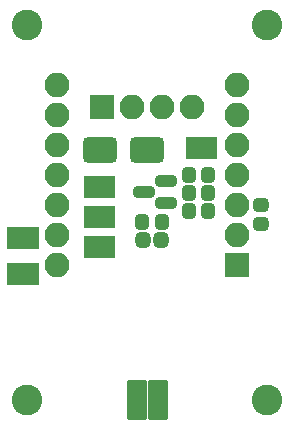
<source format=gbs>
G04 #@! TF.GenerationSoftware,KiCad,Pcbnew,7.0.5-0*
G04 #@! TF.CreationDate,2024-01-10T22:08:28+09:00*
G04 #@! TF.ProjectId,Misawa_DistanceSensor,4d697361-7761-45f4-9469-7374616e6365,v0.3*
G04 #@! TF.SameCoordinates,Original*
G04 #@! TF.FileFunction,Soldermask,Bot*
G04 #@! TF.FilePolarity,Negative*
%FSLAX46Y46*%
G04 Gerber Fmt 4.6, Leading zero omitted, Abs format (unit mm)*
G04 Created by KiCad (PCBNEW 7.0.5-0) date 2024-01-10 22:08:28*
%MOMM*%
%LPD*%
G01*
G04 APERTURE LIST*
G04 Aperture macros list*
%AMRoundRect*
0 Rectangle with rounded corners*
0 $1 Rounding radius*
0 $2 $3 $4 $5 $6 $7 $8 $9 X,Y pos of 4 corners*
0 Add a 4 corners polygon primitive as box body*
4,1,4,$2,$3,$4,$5,$6,$7,$8,$9,$2,$3,0*
0 Add four circle primitives for the rounded corners*
1,1,$1+$1,$2,$3*
1,1,$1+$1,$4,$5*
1,1,$1+$1,$6,$7*
1,1,$1+$1,$8,$9*
0 Add four rect primitives between the rounded corners*
20,1,$1+$1,$2,$3,$4,$5,0*
20,1,$1+$1,$4,$5,$6,$7,0*
20,1,$1+$1,$6,$7,$8,$9,0*
20,1,$1+$1,$8,$9,$2,$3,0*%
G04 Aperture macros list end*
%ADD10C,2.600000*%
%ADD11RoundRect,0.200000X-0.850000X-0.850000X0.850000X-0.850000X0.850000X0.850000X-0.850000X0.850000X0*%
%ADD12O,2.100000X2.100000*%
%ADD13RoundRect,0.400000X-0.200000X-0.275000X0.200000X-0.275000X0.200000X0.275000X-0.200000X0.275000X0*%
%ADD14RoundRect,0.200000X0.500000X0.750000X-0.500000X0.750000X-0.500000X-0.750000X0.500000X-0.750000X0*%
%ADD15RoundRect,0.425000X-0.225000X-0.250000X0.225000X-0.250000X0.225000X0.250000X-0.225000X0.250000X0*%
%ADD16RoundRect,0.450000X-1.000000X-0.650000X1.000000X-0.650000X1.000000X0.650000X-1.000000X0.650000X0*%
%ADD17RoundRect,0.400000X0.200000X0.275000X-0.200000X0.275000X-0.200000X-0.275000X0.200000X-0.275000X0*%
%ADD18RoundRect,0.400000X-0.275000X0.200000X-0.275000X-0.200000X0.275000X-0.200000X0.275000X0.200000X0*%
%ADD19RoundRect,0.350000X0.587500X0.150000X-0.587500X0.150000X-0.587500X-0.150000X0.587500X-0.150000X0*%
%ADD20RoundRect,0.200000X-0.850000X0.850000X-0.850000X-0.850000X0.850000X-0.850000X0.850000X0.850000X0*%
%ADD21RoundRect,0.200000X-0.625000X-1.525000X0.625000X-1.525000X0.625000X1.525000X-0.625000X1.525000X0*%
G04 APERTURE END LIST*
D10*
X106540000Y-130460000D03*
X126860000Y-130460000D03*
X126860000Y-98710000D03*
X106540000Y-98710000D03*
D11*
X124320000Y-119030000D03*
D12*
X124320000Y-116490000D03*
X124320000Y-113950000D03*
X124320000Y-111410000D03*
X124320000Y-108870000D03*
X124320000Y-106330000D03*
X124320000Y-103790000D03*
X109080000Y-103790000D03*
X109080000Y-106330000D03*
X109080000Y-108870000D03*
X109080000Y-111410000D03*
X109080000Y-113950000D03*
X109080000Y-116490000D03*
X109080000Y-119030000D03*
D13*
X120193000Y-114458000D03*
X121843000Y-114458000D03*
X120193000Y-112934000D03*
X121843000Y-112934000D03*
D14*
X113286000Y-112426000D03*
X111986000Y-112426000D03*
D13*
X116256000Y-115347000D03*
X117906000Y-115347000D03*
D15*
X116293000Y-116871000D03*
X117843000Y-116871000D03*
D14*
X113286000Y-117506000D03*
X111986000Y-117506000D03*
X113286000Y-114966000D03*
X111986000Y-114966000D03*
D16*
X112668000Y-109251000D03*
X116668000Y-109251000D03*
D17*
X121843000Y-111410000D03*
X120193000Y-111410000D03*
D18*
X126352000Y-113887000D03*
X126352000Y-115537000D03*
D19*
X118272500Y-111857000D03*
X118272500Y-113757000D03*
X116397500Y-112807000D03*
D14*
X106809000Y-116744000D03*
X105509000Y-116744000D03*
X106824000Y-119792000D03*
X105524000Y-119792000D03*
X121922000Y-109124000D03*
X120622000Y-109124000D03*
D20*
X112850000Y-105650000D03*
D12*
X115390000Y-105650000D03*
X117930000Y-105650000D03*
X120470000Y-105650000D03*
D21*
X117575000Y-130457000D03*
X115825000Y-130457000D03*
M02*

</source>
